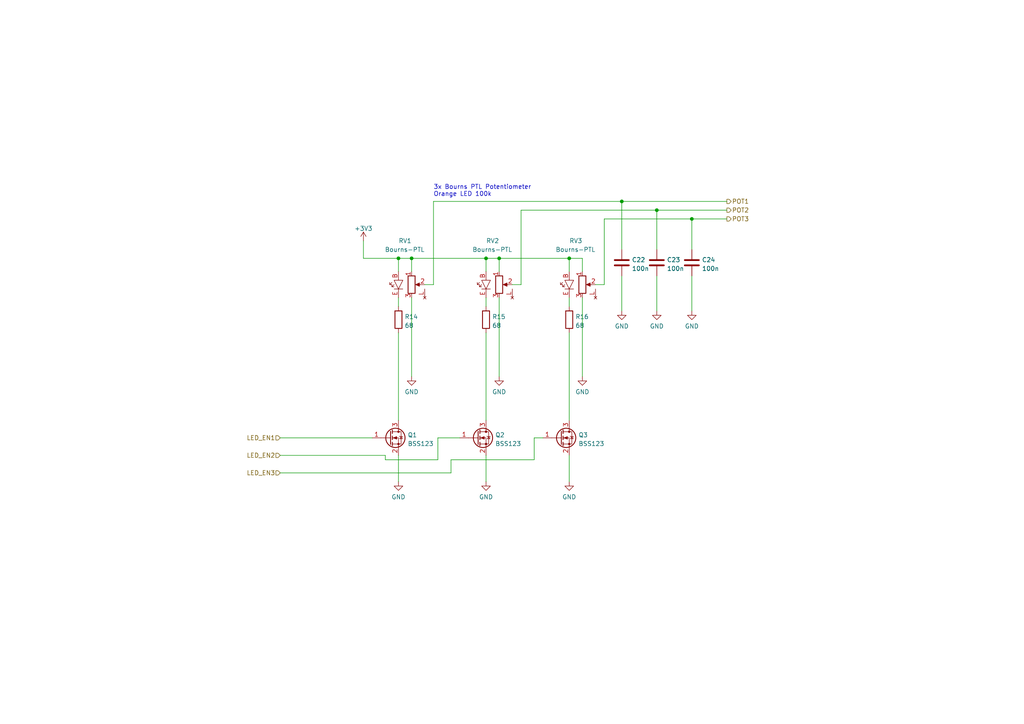
<source format=kicad_sch>
(kicad_sch (version 20211123) (generator eeschema)
  (paper "A4")
  (title_block (title "Microscope Ring Light Remote") (date "2022-07-23") (rev "v1.0") (company "Shimatta"))
  (lib_symbols
    (symbol "Device:C" (pin_numbers hide) (pin_names (offset 0.254))
      (property "Reference" "C" (at 0.635 2.54 0))
      (property "Value" "C" (at 0.635 -2.54 0))
      (symbol "C_0_1"
        (polyline (pts (xy -2.032 -0.762) (xy 2.032 -0.762)) (stroke (width 0.508)))
        (polyline (pts (xy -2.032 0.762) (xy 2.032 0.762)) (stroke (width 0.508)))
      )
      (symbol "C_1_1"
        (pin passive line (at 0 3.81 270) (length 2.794) (name "~") (number "1"))
        (pin passive line (at 0 -3.81 90) (length 2.794) (name "~") (number "2"))
      )
    )
    (symbol "Device:R" (pin_numbers hide) (pin_names (offset 0))
      (property "Reference" "R" (at 2.032 0 90))
      (property "Value" "R" (at 0 0 90))
      (symbol "R_0_1"
        (rectangle (start -1.016 -2.54) (end 1.016 2.54) (stroke (width 0.254)))
      )
      (symbol "R_1_1"
        (pin passive line (at 0 3.81 270) (length 1.27) (name "~") (number "1"))
        (pin passive line (at 0 -3.81 90) (length 1.27) (name "~") (number "2"))
      )
    )
    (symbol "Transistor_FET:BSS123" (pin_names hide)
      (property "Reference" "Q" (at 5.08 1.905 0))
      (property "Value" "BSS123" (at 5.08 0 0))
      (symbol "BSS123_0_1"
        (polyline (pts (xy 0.254 0) (xy -2.54 0)))
        (polyline (pts (xy 0.254 1.905) (xy 0.254 -1.905)) (stroke (width 0.254)))
        (polyline (pts (xy 0.762 -1.27) (xy 0.762 -2.286)) (stroke (width 0.254)))
        (polyline (pts (xy 0.762 0.508) (xy 0.762 -0.508)) (stroke (width 0.254)))
        (polyline (pts (xy 0.762 2.286) (xy 0.762 1.27)) (stroke (width 0.254)))
        (polyline (pts (xy 2.54 2.54) (xy 2.54 1.778)))
        (polyline (pts (xy 2.54 -2.54) (xy 2.54 0) (xy 0.762 0)))
        (polyline (pts (xy 0.762 -1.778) (xy 3.302 -1.778) (xy 3.302 1.778) (xy 0.762 1.778)))
        (polyline (pts (xy 1.016 0) (xy 2.032 0.381) (xy 2.032 -0.381) (xy 1.016 0)) (fill (type outline)))
        (polyline (pts (xy 2.794 0.508) (xy 2.921 0.381) (xy 3.683 0.381) (xy 3.81 0.254)))
        (polyline (pts (xy 3.302 0.381) (xy 2.921 -0.254) (xy 3.683 -0.254) (xy 3.302 0.381)))
        (circle (center 1.651 0) (radius 2.794) (stroke (width 0.254)))
        (circle (center 2.54 -1.778) (radius 0.254) (fill (type outline)))
        (circle (center 2.54 1.778) (radius 0.254) (fill (type outline)))
      )
      (symbol "BSS123_1_1"
        (pin input line (at -5.08 0 0) (length 2.54) (name "G") (number "1"))
        (pin passive line (at 2.54 -5.08 90) (length 2.54) (name "S") (number "2"))
        (pin passive line (at 2.54 5.08 270) (length 2.54) (name "D") (number "3"))
      )
    )
    (symbol "power:+3V3" (power) (pin_names (offset 0))
      (property "Value" "+3V3" (at 0 3.556 0))
      (symbol "+3V3_0_1"
        (polyline (pts (xy -0.762 1.27) (xy 0 2.54)))
        (polyline (pts (xy 0 0) (xy 0 2.54)))
        (polyline (pts (xy 0 2.54) (xy 0.762 1.27)))
      )
      (symbol "+3V3_1_1"
        (pin power_in line (at 0 0 90) (length 0) hide (name "+3V3") (number "1"))
      )
    )
    (symbol "power:GND" (power) (pin_names (offset 0))
      (property "Value" "GND" (at 0 -3.81 0))
      (symbol "GND_0_1"
        (polyline (pts (xy 0 0) (xy 0 -1.27) (xy 1.27 -1.27) (xy 0 -2.54) (xy -1.27 -1.27) (xy 0 -1.27)))
      )
      (symbol "GND_1_1"
        (pin power_in line (at 0 0 270) (length 0) hide (name "GND") (number "1"))
      )
    )
    (symbol "shimatta_potentiometer:Bourns-PTL" (pin_names (offset 1.016) hide)
      (property "Reference" "RV" (at -8.89 0 90))
      (property "Value" "Bourns-PTL" (at -7.62 0 90))
      (symbol "Bourns-PTL_0_1"
        (polyline (pts (xy -5.715 -0.635) (xy -5.08 -0.635)) (stroke (width 0.1524)))
        (polyline (pts (xy -5.08 -1.27) (xy -2.54 -1.27)) (stroke (width 0.1524)))
        (polyline (pts (xy 2.54 0) (xy 1.524 0)))
        (polyline (pts (xy -5.08 0) (xy -5.715 -0.635) (xy -5.715 0)) (stroke (width 0.1524)))
        (polyline (pts (xy -2.54 1.27) (xy -5.08 1.27) (xy -3.81 -1.27) (xy -2.54 1.27)) (stroke (width 0.1524)))
        (polyline (pts (xy 1.143 0) (xy 2.286 0.508) (xy 2.286 -0.508) (xy 1.143 0)) (fill (type outline)))
        (polyline (pts (xy -5.715 0.635) (xy -6.35 0) (xy -6.35 0.635) (xy -6.35 0) (xy -5.715 0)) (stroke (width 0.1524)))
        (rectangle (start 1.016 2.54) (end -1.016 -2.54) (stroke (width 0.254)))
      )
      (symbol "Bourns-PTL_1_1"
        (pin passive line (at 0 3.81 270) (length 1.27) (name "1") (number "1"))
        (pin passive line (at 3.81 0 180) (length 1.27) (name "2") (number "2"))
        (pin passive line (at 0 -3.81 90) (length 1.27) (name "3") (number "3"))
        (pin passive line (at -3.81 3.81 270) (length 2.54) (name "B") (number "B"))
        (pin passive line (at -3.81 -3.81 90) (length 2.54) (name "E") (number "E"))
        (pin no_connect line (at 3.81 -3.81 90) (length 2.54) (name "L") (number "L"))
      )
    )
  )
  (junction (at 180.34 58.42))
  (junction (at 140.97 74.93))
  (junction (at 144.78 74.93))
  (junction (at 119.38 74.93))
  (junction (at 165.1 74.93))
  (junction (at 115.57 74.93))
  (junction (at 200.66 63.5))
  (junction (at 190.5 60.96))
  (wire (pts (xy 180.34 58.42) (xy 210.82 58.42)))
  (wire (pts (xy 172.72 82.55) (xy 175.26 82.55)))
  (wire (pts (xy 165.1 96.52) (xy 165.1 121.92)))
  (wire (pts (xy 115.57 74.93) (xy 119.38 74.93)))
  (wire (pts (xy 165.1 74.93) (xy 168.91 74.93)))
  (wire (pts (xy 81.28 132.08) (xy 111.76 132.08)))
  (wire (pts (xy 105.41 69.85) (xy 105.41 74.93)))
  (wire (pts (xy 130.81 137.16) (xy 130.81 133.35)))
  (wire (pts (xy 111.76 132.08) (xy 111.76 133.35)))
  (wire (pts (xy 148.59 82.55) (xy 151.13 82.55)))
  (wire (pts (xy 165.1 86.36) (xy 165.1 88.9)))
  (wire (pts (xy 168.91 86.36) (xy 168.91 109.22)))
  (wire (pts (xy 119.38 74.93) (xy 119.38 78.74)))
  (wire (pts (xy 125.73 58.42) (xy 180.34 58.42)))
  (wire (pts (xy 200.66 63.5) (xy 210.82 63.5)))
  (wire (pts (xy 154.94 133.35) (xy 154.94 127)))
  (wire (pts (xy 180.34 80.01) (xy 180.34 90.17)))
  (wire (pts (xy 127 127) (xy 133.35 127)))
  (wire (pts (xy 190.5 60.96) (xy 190.5 72.39)))
  (wire (pts (xy 119.38 74.93) (xy 140.97 74.93)))
  (wire (pts (xy 144.78 74.93) (xy 144.78 78.74)))
  (wire (pts (xy 81.28 127) (xy 107.95 127)))
  (wire (pts (xy 140.97 74.93) (xy 140.97 78.74)))
  (wire (pts (xy 175.26 82.55) (xy 175.26 63.5)))
  (wire (pts (xy 151.13 60.96) (xy 190.5 60.96)))
  (wire (pts (xy 127 133.35) (xy 127 127)))
  (wire (pts (xy 144.78 86.36) (xy 144.78 109.22)))
  (wire (pts (xy 115.57 86.36) (xy 115.57 88.9)))
  (wire (pts (xy 140.97 132.08) (xy 140.97 139.7)))
  (wire (pts (xy 140.97 86.36) (xy 140.97 88.9)))
  (wire (pts (xy 130.81 133.35) (xy 154.94 133.35)))
  (wire (pts (xy 115.57 132.08) (xy 115.57 139.7)))
  (wire (pts (xy 140.97 96.52) (xy 140.97 121.92)))
  (wire (pts (xy 125.73 82.55) (xy 125.73 58.42)))
  (wire (pts (xy 165.1 74.93) (xy 165.1 78.74)))
  (wire (pts (xy 119.38 86.36) (xy 119.38 109.22)))
  (wire (pts (xy 154.94 127) (xy 157.48 127)))
  (wire (pts (xy 81.28 137.16) (xy 130.81 137.16)))
  (wire (pts (xy 190.5 80.01) (xy 190.5 90.17)))
  (wire (pts (xy 200.66 63.5) (xy 200.66 72.39)))
  (wire (pts (xy 144.78 74.93) (xy 165.1 74.93)))
  (wire (pts (xy 190.5 60.96) (xy 210.82 60.96)))
  (wire (pts (xy 140.97 74.93) (xy 144.78 74.93)))
  (wire (pts (xy 105.41 74.93) (xy 115.57 74.93)))
  (wire (pts (xy 151.13 82.55) (xy 151.13 60.96)))
  (wire (pts (xy 165.1 132.08) (xy 165.1 139.7)))
  (wire (pts (xy 115.57 96.52) (xy 115.57 121.92)))
  (wire (pts (xy 123.19 82.55) (xy 125.73 82.55)))
  (wire (pts (xy 200.66 80.01) (xy 200.66 90.17)))
  (wire (pts (xy 168.91 74.93) (xy 168.91 78.74)))
  (wire (pts (xy 180.34 58.42) (xy 180.34 72.39)))
  (wire (pts (xy 115.57 74.93) (xy 115.57 78.74)))
  (wire (pts (xy 175.26 63.5) (xy 200.66 63.5)))
  (wire (pts (xy 111.76 133.35) (xy 127 133.35)))
  (text "3x Bourns PTL Potentiometer\nOrange LED 100k" (at 125.73 57.15 0) (effects (font (size 1.27 1.27)) (justify left bottom)))
  (hierarchical_label "POT1" (shape output) (at 210.82 58.42 0))
  (hierarchical_label "LED_EN1" (shape input) (at 81.28 127 180))
  (hierarchical_label "LED_EN2" (shape input) (at 81.28 132.08 180))
  (hierarchical_label "LED_EN3" (shape input) (at 81.28 137.16 180))
  (hierarchical_label "POT2" (shape output) (at 210.82 60.96 0))
  (hierarchical_label "POT3" (shape output) (at 210.82 63.5 0))
  (symbol (lib_id "power:GND") (at 140.97 139.7 0) (unit 1)
    (property "Reference" "#PWR040" (effects hide))
    (property "Value" "GND" (at 140.97 144.1434 0))
  )
  (symbol (lib_id "power:GND") (at 144.78 109.22 0) (unit 1)
    (property "Reference" "#PWR037" (effects hide))
    (property "Value" "GND" (at 144.78 113.6634 0))
  )
  (symbol (lib_id "power:GND") (at 165.1 139.7 0) (unit 1)
    (property "Reference" "#PWR041" (effects hide))
    (property "Value" "GND" (at 165.1 144.1434 0))
  )
  (symbol (lib_id "Device:C") (at 190.5 76.2 0) (unit 1)
    (property "Reference" "C23" (at 193.421 75.3653 0) (effects (justify left)))
    (property "Value" "100n" (at 193.421 77.9022 0) (effects (justify left)))
    (property "Footprint" "Capacitor_SMD:C_0603_1608Metric" (effects hide))
  )
  (symbol (lib_id "shimatta_potentiometer:Bourns-PTL") (at 119.38 82.55 0) (unit 1)
    (property "Reference" "RV1" (at 119.38 69.85 0) (effects (justify right)))
    (property "Value" "Bourns-PTL" (at 123.19 72.39 0) (effects (justify right)))
    (property "Footprint" "shimatta_tht:PTL60-19-X" (effects hide))
    (property "Datasheet" "https://www.mouser.de/datasheet/2/54/PTL-777483.pdf" (effects hide))
  )
  (symbol (lib_id "Device:R") (at 140.97 92.71 0) (unit 1)
    (property "Reference" "R15" (at 142.748 91.8753 0) (effects (justify left)))
    (property "Value" "68" (at 142.748 94.4122 0) (effects (justify left)))
    (property "Footprint" "Resistor_SMD:R_0603_1608Metric" (effects hide))
  )
  (symbol (lib_id "Device:R") (at 165.1 92.71 0) (unit 1)
    (property "Reference" "R16" (at 166.878 91.8753 0) (effects (justify left)))
    (property "Value" "68" (at 166.878 94.4122 0) (effects (justify left)))
    (property "Footprint" "Resistor_SMD:R_0603_1608Metric" (effects hide))
  )
  (symbol (lib_id "shimatta_potentiometer:Bourns-PTL") (at 168.91 82.55 0) (unit 1)
    (property "Reference" "RV3" (at 168.91 69.85 0) (effects (justify right)))
    (property "Value" "Bourns-PTL" (at 172.72 72.39 0) (effects (justify right)))
    (property "Footprint" "shimatta_tht:PTL60-19-X" (effects hide))
    (property "Datasheet" "https://www.mouser.de/datasheet/2/54/PTL-777483.pdf" (effects hide))
  )
  (symbol (lib_id "Transistor_FET:BSS123") (at 162.56 127 0) (unit 1)
    (property "Reference" "Q3" (at 167.767 126.1653 0) (effects (justify left)))
    (property "Value" "BSS123" (at 167.767 128.7022 0) (effects (justify left)))
    (property "Footprint" "Package_TO_SOT_SMD:SOT-23" (effects hide))
    (property "Datasheet" "http://www.diodes.com/assets/Datasheets/ds30366.pdf" (effects hide))
  )
  (symbol (lib_id "power:+3V3") (at 105.41 69.85 0) (unit 1)
    (property "Reference" "#PWR032" (effects hide))
    (property "Value" "+3V3" (at 105.41 66.2742 0))
  )
  (symbol (lib_id "power:GND") (at 180.34 90.17 0) (unit 1)
    (property "Reference" "#PWR033" (effects hide))
    (property "Value" "GND" (at 180.34 94.6134 0))
  )
  (symbol (lib_id "Transistor_FET:BSS123") (at 138.43 127 0) (unit 1)
    (property "Reference" "Q2" (at 143.637 126.1653 0) (effects (justify left)))
    (property "Value" "BSS123" (at 143.637 128.7022 0) (effects (justify left)))
    (property "Footprint" "Package_TO_SOT_SMD:SOT-23" (effects hide))
    (property "Datasheet" "http://www.diodes.com/assets/Datasheets/ds30366.pdf" (effects hide))
  )
  (symbol (lib_id "power:GND") (at 115.57 139.7 0) (unit 1)
    (property "Reference" "#PWR039" (effects hide))
    (property "Value" "GND" (at 115.57 144.1434 0))
  )
  (symbol (lib_id "power:GND") (at 190.5 90.17 0) (unit 1)
    (property "Reference" "#PWR034" (effects hide))
    (property "Value" "GND" (at 190.5 94.6134 0))
  )
  (symbol (lib_id "power:GND") (at 168.91 109.22 0) (unit 1)
    (property "Reference" "#PWR038" (effects hide))
    (property "Value" "GND" (at 168.91 113.6634 0))
  )
  (symbol (lib_id "power:GND") (at 200.66 90.17 0) (unit 1)
    (property "Reference" "#PWR035" (effects hide))
    (property "Value" "GND" (at 200.66 94.6134 0))
  )
  (symbol (lib_id "Device:C") (at 200.66 76.2 0) (unit 1)
    (property "Reference" "C24" (at 203.581 75.3653 0) (effects (justify left)))
    (property "Value" "100n" (at 203.581 77.9022 0) (effects (justify left)))
    (property "Footprint" "Capacitor_SMD:C_0603_1608Metric" (effects hide))
  )
  (symbol (lib_id "Device:C") (at 180.34 76.2 0) (unit 1)
    (property "Reference" "C22" (at 183.261 75.3653 0) (effects (justify left)))
    (property "Value" "100n" (at 183.261 77.9022 0) (effects (justify left)))
    (property "Footprint" "Capacitor_SMD:C_0603_1608Metric" (effects hide))
  )
  (symbol (lib_id "power:GND") (at 119.38 109.22 0) (unit 1)
    (property "Reference" "#PWR036" (effects hide))
    (property "Value" "GND" (at 119.38 113.6634 0))
  )
  (symbol (lib_id "Device:R") (at 115.57 92.71 0) (unit 1)
    (property "Reference" "R14" (at 117.348 91.8753 0) (effects (justify left)))
    (property "Value" "68" (at 117.348 94.4122 0) (effects (justify left)))
    (property "Footprint" "Resistor_SMD:R_0603_1608Metric" (effects hide))
  )
  (symbol (lib_id "Transistor_FET:BSS123") (at 113.03 127 0) (unit 1)
    (property "Reference" "Q1" (at 118.237 126.1653 0) (effects (justify left)))
    (property "Value" "BSS123" (at 118.237 128.7022 0) (effects (justify left)))
    (property "Footprint" "Package_TO_SOT_SMD:SOT-23" (effects hide))
    (property "Datasheet" "http://www.diodes.com/assets/Datasheets/ds30366.pdf" (effects hide))
  )
  (symbol (lib_id "shimatta_potentiometer:Bourns-PTL") (at 144.78 82.55 0) (unit 1)
    (property "Reference" "RV2" (at 144.78 69.85 0) (effects (justify right)))
    (property "Value" "Bourns-PTL" (at 148.59 72.39 0) (effects (justify right)))
    (property "Footprint" "shimatta_tht:PTL60-19-X" (effects hide))
    (property "Datasheet" "https://www.mouser.de/datasheet/2/54/PTL-777483.pdf" (effects hide))
  )
)
</source>
